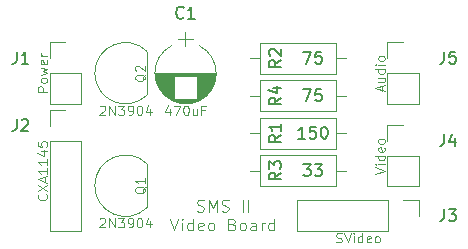
<source format=gto>
G04 #@! TF.FileFunction,Legend,Top*
%FSLAX46Y46*%
G04 Gerber Fmt 4.6, Leading zero omitted, Abs format (unit mm)*
G04 Created by KiCad (PCBNEW 4.0.7) date 05/31/19 16:29:18*
%MOMM*%
%LPD*%
G01*
G04 APERTURE LIST*
%ADD10C,0.100000*%
%ADD11C,0.120000*%
%ADD12C,0.150000*%
G04 APERTURE END LIST*
D10*
X144494524Y-116444762D02*
X144637381Y-116492381D01*
X144875477Y-116492381D01*
X144970715Y-116444762D01*
X145018334Y-116397143D01*
X145065953Y-116301905D01*
X145065953Y-116206667D01*
X145018334Y-116111429D01*
X144970715Y-116063810D01*
X144875477Y-116016190D01*
X144685000Y-115968571D01*
X144589762Y-115920952D01*
X144542143Y-115873333D01*
X144494524Y-115778095D01*
X144494524Y-115682857D01*
X144542143Y-115587619D01*
X144589762Y-115540000D01*
X144685000Y-115492381D01*
X144923096Y-115492381D01*
X145065953Y-115540000D01*
X145494524Y-116492381D02*
X145494524Y-115492381D01*
X145827858Y-116206667D01*
X146161191Y-115492381D01*
X146161191Y-116492381D01*
X146589762Y-116444762D02*
X146732619Y-116492381D01*
X146970715Y-116492381D01*
X147065953Y-116444762D01*
X147113572Y-116397143D01*
X147161191Y-116301905D01*
X147161191Y-116206667D01*
X147113572Y-116111429D01*
X147065953Y-116063810D01*
X146970715Y-116016190D01*
X146780238Y-115968571D01*
X146685000Y-115920952D01*
X146637381Y-115873333D01*
X146589762Y-115778095D01*
X146589762Y-115682857D01*
X146637381Y-115587619D01*
X146685000Y-115540000D01*
X146780238Y-115492381D01*
X147018334Y-115492381D01*
X147161191Y-115540000D01*
X148351667Y-116492381D02*
X148351667Y-115492381D01*
X148827857Y-116492381D02*
X148827857Y-115492381D01*
X142232619Y-117092381D02*
X142565952Y-118092381D01*
X142899286Y-117092381D01*
X143232619Y-118092381D02*
X143232619Y-117425714D01*
X143232619Y-117092381D02*
X143185000Y-117140000D01*
X143232619Y-117187619D01*
X143280238Y-117140000D01*
X143232619Y-117092381D01*
X143232619Y-117187619D01*
X144137381Y-118092381D02*
X144137381Y-117092381D01*
X144137381Y-118044762D02*
X144042143Y-118092381D01*
X143851666Y-118092381D01*
X143756428Y-118044762D01*
X143708809Y-117997143D01*
X143661190Y-117901905D01*
X143661190Y-117616190D01*
X143708809Y-117520952D01*
X143756428Y-117473333D01*
X143851666Y-117425714D01*
X144042143Y-117425714D01*
X144137381Y-117473333D01*
X144994524Y-118044762D02*
X144899286Y-118092381D01*
X144708809Y-118092381D01*
X144613571Y-118044762D01*
X144565952Y-117949524D01*
X144565952Y-117568571D01*
X144613571Y-117473333D01*
X144708809Y-117425714D01*
X144899286Y-117425714D01*
X144994524Y-117473333D01*
X145042143Y-117568571D01*
X145042143Y-117663810D01*
X144565952Y-117759048D01*
X145613571Y-118092381D02*
X145518333Y-118044762D01*
X145470714Y-117997143D01*
X145423095Y-117901905D01*
X145423095Y-117616190D01*
X145470714Y-117520952D01*
X145518333Y-117473333D01*
X145613571Y-117425714D01*
X145756429Y-117425714D01*
X145851667Y-117473333D01*
X145899286Y-117520952D01*
X145946905Y-117616190D01*
X145946905Y-117901905D01*
X145899286Y-117997143D01*
X145851667Y-118044762D01*
X145756429Y-118092381D01*
X145613571Y-118092381D01*
X147470715Y-117568571D02*
X147613572Y-117616190D01*
X147661191Y-117663810D01*
X147708810Y-117759048D01*
X147708810Y-117901905D01*
X147661191Y-117997143D01*
X147613572Y-118044762D01*
X147518334Y-118092381D01*
X147137381Y-118092381D01*
X147137381Y-117092381D01*
X147470715Y-117092381D01*
X147565953Y-117140000D01*
X147613572Y-117187619D01*
X147661191Y-117282857D01*
X147661191Y-117378095D01*
X147613572Y-117473333D01*
X147565953Y-117520952D01*
X147470715Y-117568571D01*
X147137381Y-117568571D01*
X148280238Y-118092381D02*
X148185000Y-118044762D01*
X148137381Y-117997143D01*
X148089762Y-117901905D01*
X148089762Y-117616190D01*
X148137381Y-117520952D01*
X148185000Y-117473333D01*
X148280238Y-117425714D01*
X148423096Y-117425714D01*
X148518334Y-117473333D01*
X148565953Y-117520952D01*
X148613572Y-117616190D01*
X148613572Y-117901905D01*
X148565953Y-117997143D01*
X148518334Y-118044762D01*
X148423096Y-118092381D01*
X148280238Y-118092381D01*
X149470715Y-118092381D02*
X149470715Y-117568571D01*
X149423096Y-117473333D01*
X149327858Y-117425714D01*
X149137381Y-117425714D01*
X149042143Y-117473333D01*
X149470715Y-118044762D02*
X149375477Y-118092381D01*
X149137381Y-118092381D01*
X149042143Y-118044762D01*
X148994524Y-117949524D01*
X148994524Y-117854286D01*
X149042143Y-117759048D01*
X149137381Y-117711429D01*
X149375477Y-117711429D01*
X149470715Y-117663810D01*
X149946905Y-118092381D02*
X149946905Y-117425714D01*
X149946905Y-117616190D02*
X149994524Y-117520952D01*
X150042143Y-117473333D01*
X150137381Y-117425714D01*
X150232620Y-117425714D01*
X150994525Y-118092381D02*
X150994525Y-117092381D01*
X150994525Y-118044762D02*
X150899287Y-118092381D01*
X150708810Y-118092381D01*
X150613572Y-118044762D01*
X150565953Y-117997143D01*
X150518334Y-117901905D01*
X150518334Y-117616190D01*
X150565953Y-117520952D01*
X150613572Y-117473333D01*
X150708810Y-117425714D01*
X150899287Y-117425714D01*
X150994525Y-117473333D01*
D11*
X144689723Y-107060722D02*
G75*
G03X144690000Y-102449420I-1179723J2305722D01*
G01*
X142330277Y-107060722D02*
G75*
G02X142330000Y-102449420I1179723J2305722D01*
G01*
X142330277Y-107060722D02*
G75*
G03X144690000Y-107060580I1179723J2305722D01*
G01*
X146060000Y-104755000D02*
X140960000Y-104755000D01*
X146060000Y-104795000D02*
X140960000Y-104795000D01*
X146059000Y-104835000D02*
X140961000Y-104835000D01*
X146058000Y-104875000D02*
X140962000Y-104875000D01*
X146056000Y-104915000D02*
X140964000Y-104915000D01*
X146053000Y-104955000D02*
X140967000Y-104955000D01*
X146049000Y-104995000D02*
X140971000Y-104995000D01*
X146045000Y-105035000D02*
X144490000Y-105035000D01*
X142530000Y-105035000D02*
X140975000Y-105035000D01*
X146041000Y-105075000D02*
X144490000Y-105075000D01*
X142530000Y-105075000D02*
X140979000Y-105075000D01*
X146035000Y-105115000D02*
X144490000Y-105115000D01*
X142530000Y-105115000D02*
X140985000Y-105115000D01*
X146029000Y-105155000D02*
X144490000Y-105155000D01*
X142530000Y-105155000D02*
X140991000Y-105155000D01*
X146023000Y-105195000D02*
X144490000Y-105195000D01*
X142530000Y-105195000D02*
X140997000Y-105195000D01*
X146016000Y-105235000D02*
X144490000Y-105235000D01*
X142530000Y-105235000D02*
X141004000Y-105235000D01*
X146008000Y-105275000D02*
X144490000Y-105275000D01*
X142530000Y-105275000D02*
X141012000Y-105275000D01*
X145999000Y-105315000D02*
X144490000Y-105315000D01*
X142530000Y-105315000D02*
X141021000Y-105315000D01*
X145990000Y-105355000D02*
X144490000Y-105355000D01*
X142530000Y-105355000D02*
X141030000Y-105355000D01*
X145980000Y-105395000D02*
X144490000Y-105395000D01*
X142530000Y-105395000D02*
X141040000Y-105395000D01*
X145970000Y-105435000D02*
X144490000Y-105435000D01*
X142530000Y-105435000D02*
X141050000Y-105435000D01*
X145958000Y-105476000D02*
X144490000Y-105476000D01*
X142530000Y-105476000D02*
X141062000Y-105476000D01*
X145946000Y-105516000D02*
X144490000Y-105516000D01*
X142530000Y-105516000D02*
X141074000Y-105516000D01*
X145934000Y-105556000D02*
X144490000Y-105556000D01*
X142530000Y-105556000D02*
X141086000Y-105556000D01*
X145920000Y-105596000D02*
X144490000Y-105596000D01*
X142530000Y-105596000D02*
X141100000Y-105596000D01*
X145906000Y-105636000D02*
X144490000Y-105636000D01*
X142530000Y-105636000D02*
X141114000Y-105636000D01*
X145892000Y-105676000D02*
X144490000Y-105676000D01*
X142530000Y-105676000D02*
X141128000Y-105676000D01*
X145876000Y-105716000D02*
X144490000Y-105716000D01*
X142530000Y-105716000D02*
X141144000Y-105716000D01*
X145860000Y-105756000D02*
X144490000Y-105756000D01*
X142530000Y-105756000D02*
X141160000Y-105756000D01*
X145843000Y-105796000D02*
X144490000Y-105796000D01*
X142530000Y-105796000D02*
X141177000Y-105796000D01*
X145825000Y-105836000D02*
X144490000Y-105836000D01*
X142530000Y-105836000D02*
X141195000Y-105836000D01*
X145806000Y-105876000D02*
X144490000Y-105876000D01*
X142530000Y-105876000D02*
X141214000Y-105876000D01*
X145786000Y-105916000D02*
X144490000Y-105916000D01*
X142530000Y-105916000D02*
X141234000Y-105916000D01*
X145766000Y-105956000D02*
X144490000Y-105956000D01*
X142530000Y-105956000D02*
X141254000Y-105956000D01*
X145744000Y-105996000D02*
X144490000Y-105996000D01*
X142530000Y-105996000D02*
X141276000Y-105996000D01*
X145722000Y-106036000D02*
X144490000Y-106036000D01*
X142530000Y-106036000D02*
X141298000Y-106036000D01*
X145699000Y-106076000D02*
X144490000Y-106076000D01*
X142530000Y-106076000D02*
X141321000Y-106076000D01*
X145675000Y-106116000D02*
X144490000Y-106116000D01*
X142530000Y-106116000D02*
X141345000Y-106116000D01*
X145650000Y-106156000D02*
X144490000Y-106156000D01*
X142530000Y-106156000D02*
X141370000Y-106156000D01*
X145623000Y-106196000D02*
X144490000Y-106196000D01*
X142530000Y-106196000D02*
X141397000Y-106196000D01*
X145596000Y-106236000D02*
X144490000Y-106236000D01*
X142530000Y-106236000D02*
X141424000Y-106236000D01*
X145568000Y-106276000D02*
X144490000Y-106276000D01*
X142530000Y-106276000D02*
X141452000Y-106276000D01*
X145538000Y-106316000D02*
X144490000Y-106316000D01*
X142530000Y-106316000D02*
X141482000Y-106316000D01*
X145507000Y-106356000D02*
X144490000Y-106356000D01*
X142530000Y-106356000D02*
X141513000Y-106356000D01*
X145475000Y-106396000D02*
X144490000Y-106396000D01*
X142530000Y-106396000D02*
X141545000Y-106396000D01*
X145442000Y-106436000D02*
X144490000Y-106436000D01*
X142530000Y-106436000D02*
X141578000Y-106436000D01*
X145407000Y-106476000D02*
X144490000Y-106476000D01*
X142530000Y-106476000D02*
X141613000Y-106476000D01*
X145371000Y-106516000D02*
X144490000Y-106516000D01*
X142530000Y-106516000D02*
X141649000Y-106516000D01*
X145333000Y-106556000D02*
X144490000Y-106556000D01*
X142530000Y-106556000D02*
X141687000Y-106556000D01*
X145293000Y-106596000D02*
X144490000Y-106596000D01*
X142530000Y-106596000D02*
X141727000Y-106596000D01*
X145252000Y-106636000D02*
X144490000Y-106636000D01*
X142530000Y-106636000D02*
X141768000Y-106636000D01*
X145209000Y-106676000D02*
X144490000Y-106676000D01*
X142530000Y-106676000D02*
X141811000Y-106676000D01*
X145164000Y-106716000D02*
X144490000Y-106716000D01*
X142530000Y-106716000D02*
X141856000Y-106716000D01*
X145116000Y-106756000D02*
X144490000Y-106756000D01*
X142530000Y-106756000D02*
X141904000Y-106756000D01*
X145066000Y-106796000D02*
X144490000Y-106796000D01*
X142530000Y-106796000D02*
X141954000Y-106796000D01*
X145014000Y-106836000D02*
X144490000Y-106836000D01*
X142530000Y-106836000D02*
X142006000Y-106836000D01*
X144958000Y-106876000D02*
X144490000Y-106876000D01*
X142530000Y-106876000D02*
X142062000Y-106876000D01*
X144900000Y-106916000D02*
X144490000Y-106916000D01*
X142530000Y-106916000D02*
X142120000Y-106916000D01*
X144837000Y-106956000D02*
X144490000Y-106956000D01*
X142530000Y-106956000D02*
X142183000Y-106956000D01*
X144771000Y-106996000D02*
X142249000Y-106996000D01*
X144699000Y-107036000D02*
X142321000Y-107036000D01*
X144622000Y-107076000D02*
X142398000Y-107076000D01*
X144538000Y-107116000D02*
X142482000Y-107116000D01*
X144444000Y-107156000D02*
X142576000Y-107156000D01*
X144339000Y-107196000D02*
X142681000Y-107196000D01*
X144217000Y-107236000D02*
X142803000Y-107236000D01*
X144069000Y-107276000D02*
X142951000Y-107276000D01*
X143864000Y-107316000D02*
X143156000Y-107316000D01*
X143510000Y-101305000D02*
X143510000Y-102505000D01*
X144160000Y-101905000D02*
X142860000Y-101905000D01*
X132020000Y-107375000D02*
X134680000Y-107375000D01*
X132020000Y-104775000D02*
X132020000Y-107375000D01*
X134680000Y-104775000D02*
X134680000Y-107375000D01*
X132020000Y-104775000D02*
X134680000Y-104775000D01*
X132020000Y-103505000D02*
X132020000Y-102175000D01*
X132020000Y-102175000D02*
X133350000Y-102175000D01*
X132020000Y-118170000D02*
X134680000Y-118170000D01*
X132020000Y-110490000D02*
X132020000Y-118170000D01*
X134680000Y-110490000D02*
X134680000Y-118170000D01*
X132020000Y-110490000D02*
X134680000Y-110490000D01*
X132020000Y-109220000D02*
X132020000Y-107890000D01*
X132020000Y-107890000D02*
X133350000Y-107890000D01*
X152975000Y-115510000D02*
X152975000Y-118170000D01*
X160655000Y-115510000D02*
X152975000Y-115510000D01*
X160655000Y-118170000D02*
X152975000Y-118170000D01*
X160655000Y-115510000D02*
X160655000Y-118170000D01*
X161925000Y-115510000D02*
X163255000Y-115510000D01*
X163255000Y-115510000D02*
X163255000Y-116840000D01*
X160595000Y-114360000D02*
X163255000Y-114360000D01*
X160595000Y-111760000D02*
X160595000Y-114360000D01*
X163255000Y-111760000D02*
X163255000Y-114360000D01*
X160595000Y-111760000D02*
X163255000Y-111760000D01*
X160595000Y-110490000D02*
X160595000Y-109160000D01*
X160595000Y-109160000D02*
X161925000Y-109160000D01*
X160595000Y-107375000D02*
X163255000Y-107375000D01*
X160595000Y-104775000D02*
X160595000Y-107375000D01*
X163255000Y-104775000D02*
X163255000Y-107375000D01*
X160595000Y-104775000D02*
X163255000Y-104775000D01*
X160595000Y-103505000D02*
X160595000Y-102175000D01*
X160595000Y-102175000D02*
X161925000Y-102175000D01*
X140280000Y-116100000D02*
X140280000Y-112500000D01*
X140268478Y-116138478D02*
G75*
G02X135830000Y-114300000I-1838478J1838478D01*
G01*
X140268478Y-112461522D02*
G75*
G03X135830000Y-114300000I-1838478J-1838478D01*
G01*
X140280000Y-106575000D02*
X140280000Y-102975000D01*
X140268478Y-106613478D02*
G75*
G02X135830000Y-104775000I-1838478J1838478D01*
G01*
X140268478Y-102936522D02*
G75*
G03X135830000Y-104775000I-1838478J-1838478D01*
G01*
X149825000Y-108545000D02*
X149825000Y-111165000D01*
X149825000Y-111165000D02*
X156245000Y-111165000D01*
X156245000Y-111165000D02*
X156245000Y-108545000D01*
X156245000Y-108545000D02*
X149825000Y-108545000D01*
X148935000Y-109855000D02*
X149825000Y-109855000D01*
X157135000Y-109855000D02*
X156245000Y-109855000D01*
X149825000Y-102195000D02*
X149825000Y-104815000D01*
X149825000Y-104815000D02*
X156245000Y-104815000D01*
X156245000Y-104815000D02*
X156245000Y-102195000D01*
X156245000Y-102195000D02*
X149825000Y-102195000D01*
X148935000Y-103505000D02*
X149825000Y-103505000D01*
X157135000Y-103505000D02*
X156245000Y-103505000D01*
X149825000Y-111720000D02*
X149825000Y-114340000D01*
X149825000Y-114340000D02*
X156245000Y-114340000D01*
X156245000Y-114340000D02*
X156245000Y-111720000D01*
X156245000Y-111720000D02*
X149825000Y-111720000D01*
X148935000Y-113030000D02*
X149825000Y-113030000D01*
X157135000Y-113030000D02*
X156245000Y-113030000D01*
X149825000Y-105370000D02*
X149825000Y-107990000D01*
X149825000Y-107990000D02*
X156245000Y-107990000D01*
X156245000Y-107990000D02*
X156245000Y-105370000D01*
X156245000Y-105370000D02*
X149825000Y-105370000D01*
X148935000Y-106680000D02*
X149825000Y-106680000D01*
X157135000Y-106680000D02*
X156245000Y-106680000D01*
D12*
X143343334Y-100052143D02*
X143295715Y-100099762D01*
X143152858Y-100147381D01*
X143057620Y-100147381D01*
X142914762Y-100099762D01*
X142819524Y-100004524D01*
X142771905Y-99909286D01*
X142724286Y-99718810D01*
X142724286Y-99575952D01*
X142771905Y-99385476D01*
X142819524Y-99290238D01*
X142914762Y-99195000D01*
X143057620Y-99147381D01*
X143152858Y-99147381D01*
X143295715Y-99195000D01*
X143343334Y-99242619D01*
X144295715Y-100147381D02*
X143724286Y-100147381D01*
X144010000Y-100147381D02*
X144010000Y-99147381D01*
X143914762Y-99290238D01*
X143819524Y-99385476D01*
X143724286Y-99433095D01*
D10*
X142195714Y-107778571D02*
X142195714Y-108311905D01*
X142005238Y-107473810D02*
X141814762Y-108045238D01*
X142310000Y-108045238D01*
X142538572Y-107511905D02*
X143071905Y-107511905D01*
X142729048Y-108311905D01*
X143529048Y-107511905D02*
X143605239Y-107511905D01*
X143681429Y-107550000D01*
X143719524Y-107588095D01*
X143757620Y-107664286D01*
X143795715Y-107816667D01*
X143795715Y-108007143D01*
X143757620Y-108159524D01*
X143719524Y-108235714D01*
X143681429Y-108273810D01*
X143605239Y-108311905D01*
X143529048Y-108311905D01*
X143452858Y-108273810D01*
X143414762Y-108235714D01*
X143376667Y-108159524D01*
X143338572Y-108007143D01*
X143338572Y-107816667D01*
X143376667Y-107664286D01*
X143414762Y-107588095D01*
X143452858Y-107550000D01*
X143529048Y-107511905D01*
X144481429Y-107778571D02*
X144481429Y-108311905D01*
X144138572Y-107778571D02*
X144138572Y-108197619D01*
X144176667Y-108273810D01*
X144252858Y-108311905D01*
X144367144Y-108311905D01*
X144443334Y-108273810D01*
X144481429Y-108235714D01*
X145129049Y-107892857D02*
X144862382Y-107892857D01*
X144862382Y-108311905D02*
X144862382Y-107511905D01*
X145243335Y-107511905D01*
D12*
X129206667Y-102957381D02*
X129206667Y-103671667D01*
X129159047Y-103814524D01*
X129063809Y-103909762D01*
X128920952Y-103957381D01*
X128825714Y-103957381D01*
X130206667Y-103957381D02*
X129635238Y-103957381D01*
X129920952Y-103957381D02*
X129920952Y-102957381D01*
X129825714Y-103100238D01*
X129730476Y-103195476D01*
X129635238Y-103243095D01*
D10*
X131806905Y-106355952D02*
X131006905Y-106355952D01*
X131006905Y-106051190D01*
X131045000Y-105974999D01*
X131083095Y-105936904D01*
X131159286Y-105898809D01*
X131273571Y-105898809D01*
X131349762Y-105936904D01*
X131387857Y-105974999D01*
X131425952Y-106051190D01*
X131425952Y-106355952D01*
X131806905Y-105441666D02*
X131768810Y-105517857D01*
X131730714Y-105555952D01*
X131654524Y-105594047D01*
X131425952Y-105594047D01*
X131349762Y-105555952D01*
X131311667Y-105517857D01*
X131273571Y-105441666D01*
X131273571Y-105327380D01*
X131311667Y-105251190D01*
X131349762Y-105213095D01*
X131425952Y-105174999D01*
X131654524Y-105174999D01*
X131730714Y-105213095D01*
X131768810Y-105251190D01*
X131806905Y-105327380D01*
X131806905Y-105441666D01*
X131273571Y-104908332D02*
X131806905Y-104755951D01*
X131425952Y-104603570D01*
X131806905Y-104451189D01*
X131273571Y-104298808D01*
X131768810Y-103689285D02*
X131806905Y-103765475D01*
X131806905Y-103917856D01*
X131768810Y-103994047D01*
X131692619Y-104032142D01*
X131387857Y-104032142D01*
X131311667Y-103994047D01*
X131273571Y-103917856D01*
X131273571Y-103765475D01*
X131311667Y-103689285D01*
X131387857Y-103651190D01*
X131464048Y-103651190D01*
X131540238Y-104032142D01*
X131806905Y-103308333D02*
X131273571Y-103308333D01*
X131425952Y-103308333D02*
X131349762Y-103270238D01*
X131311667Y-103232142D01*
X131273571Y-103155952D01*
X131273571Y-103079761D01*
D12*
X129206667Y-108672381D02*
X129206667Y-109386667D01*
X129159047Y-109529524D01*
X129063809Y-109624762D01*
X128920952Y-109672381D01*
X128825714Y-109672381D01*
X129635238Y-108767619D02*
X129682857Y-108720000D01*
X129778095Y-108672381D01*
X130016191Y-108672381D01*
X130111429Y-108720000D01*
X130159048Y-108767619D01*
X130206667Y-108862857D01*
X130206667Y-108958095D01*
X130159048Y-109100952D01*
X129587619Y-109672381D01*
X130206667Y-109672381D01*
D10*
X131730714Y-115030000D02*
X131768810Y-115068095D01*
X131806905Y-115182381D01*
X131806905Y-115258571D01*
X131768810Y-115372857D01*
X131692619Y-115449048D01*
X131616429Y-115487143D01*
X131464048Y-115525238D01*
X131349762Y-115525238D01*
X131197381Y-115487143D01*
X131121190Y-115449048D01*
X131045000Y-115372857D01*
X131006905Y-115258571D01*
X131006905Y-115182381D01*
X131045000Y-115068095D01*
X131083095Y-115030000D01*
X131006905Y-114763333D02*
X131806905Y-114230000D01*
X131006905Y-114230000D02*
X131806905Y-114763333D01*
X131578333Y-113963333D02*
X131578333Y-113582381D01*
X131806905Y-114039524D02*
X131006905Y-113772857D01*
X131806905Y-113506190D01*
X131806905Y-112820476D02*
X131806905Y-113277619D01*
X131806905Y-113049048D02*
X131006905Y-113049048D01*
X131121190Y-113125238D01*
X131197381Y-113201429D01*
X131235476Y-113277619D01*
X131806905Y-112058571D02*
X131806905Y-112515714D01*
X131806905Y-112287143D02*
X131006905Y-112287143D01*
X131121190Y-112363333D01*
X131197381Y-112439524D01*
X131235476Y-112515714D01*
X131273571Y-111372857D02*
X131806905Y-111372857D01*
X130968810Y-111563333D02*
X131540238Y-111753809D01*
X131540238Y-111258571D01*
X131006905Y-110572856D02*
X131006905Y-110953809D01*
X131387857Y-110991904D01*
X131349762Y-110953809D01*
X131311667Y-110877618D01*
X131311667Y-110687142D01*
X131349762Y-110610952D01*
X131387857Y-110572856D01*
X131464048Y-110534761D01*
X131654524Y-110534761D01*
X131730714Y-110572856D01*
X131768810Y-110610952D01*
X131806905Y-110687142D01*
X131806905Y-110877618D01*
X131768810Y-110953809D01*
X131730714Y-110991904D01*
D12*
X165401667Y-116292381D02*
X165401667Y-117006667D01*
X165354047Y-117149524D01*
X165258809Y-117244762D01*
X165115952Y-117292381D01*
X165020714Y-117292381D01*
X165782619Y-116292381D02*
X166401667Y-116292381D01*
X166068333Y-116673333D01*
X166211191Y-116673333D01*
X166306429Y-116720952D01*
X166354048Y-116768571D01*
X166401667Y-116863810D01*
X166401667Y-117101905D01*
X166354048Y-117197143D01*
X166306429Y-117244762D01*
X166211191Y-117292381D01*
X165925476Y-117292381D01*
X165830238Y-117244762D01*
X165782619Y-117197143D01*
D10*
X156286429Y-119068810D02*
X156400715Y-119106905D01*
X156591191Y-119106905D01*
X156667381Y-119068810D01*
X156705477Y-119030714D01*
X156743572Y-118954524D01*
X156743572Y-118878333D01*
X156705477Y-118802143D01*
X156667381Y-118764048D01*
X156591191Y-118725952D01*
X156438810Y-118687857D01*
X156362619Y-118649762D01*
X156324524Y-118611667D01*
X156286429Y-118535476D01*
X156286429Y-118459286D01*
X156324524Y-118383095D01*
X156362619Y-118345000D01*
X156438810Y-118306905D01*
X156629286Y-118306905D01*
X156743572Y-118345000D01*
X156972143Y-118306905D02*
X157238810Y-119106905D01*
X157505477Y-118306905D01*
X157772143Y-119106905D02*
X157772143Y-118573571D01*
X157772143Y-118306905D02*
X157734048Y-118345000D01*
X157772143Y-118383095D01*
X157810238Y-118345000D01*
X157772143Y-118306905D01*
X157772143Y-118383095D01*
X158495952Y-119106905D02*
X158495952Y-118306905D01*
X158495952Y-119068810D02*
X158419762Y-119106905D01*
X158267381Y-119106905D01*
X158191190Y-119068810D01*
X158153095Y-119030714D01*
X158115000Y-118954524D01*
X158115000Y-118725952D01*
X158153095Y-118649762D01*
X158191190Y-118611667D01*
X158267381Y-118573571D01*
X158419762Y-118573571D01*
X158495952Y-118611667D01*
X159181667Y-119068810D02*
X159105477Y-119106905D01*
X158953096Y-119106905D01*
X158876905Y-119068810D01*
X158838810Y-118992619D01*
X158838810Y-118687857D01*
X158876905Y-118611667D01*
X158953096Y-118573571D01*
X159105477Y-118573571D01*
X159181667Y-118611667D01*
X159219762Y-118687857D01*
X159219762Y-118764048D01*
X158838810Y-118840238D01*
X159676905Y-119106905D02*
X159600714Y-119068810D01*
X159562619Y-119030714D01*
X159524524Y-118954524D01*
X159524524Y-118725952D01*
X159562619Y-118649762D01*
X159600714Y-118611667D01*
X159676905Y-118573571D01*
X159791191Y-118573571D01*
X159867381Y-118611667D01*
X159905476Y-118649762D01*
X159943572Y-118725952D01*
X159943572Y-118954524D01*
X159905476Y-119030714D01*
X159867381Y-119068810D01*
X159791191Y-119106905D01*
X159676905Y-119106905D01*
D12*
X165401667Y-109942381D02*
X165401667Y-110656667D01*
X165354047Y-110799524D01*
X165258809Y-110894762D01*
X165115952Y-110942381D01*
X165020714Y-110942381D01*
X166306429Y-110275714D02*
X166306429Y-110942381D01*
X166068333Y-109894762D02*
X165830238Y-110609048D01*
X166449286Y-110609048D01*
D10*
X159581905Y-113283810D02*
X160381905Y-113017143D01*
X159581905Y-112750476D01*
X160381905Y-112483810D02*
X159848571Y-112483810D01*
X159581905Y-112483810D02*
X159620000Y-112521905D01*
X159658095Y-112483810D01*
X159620000Y-112445715D01*
X159581905Y-112483810D01*
X159658095Y-112483810D01*
X160381905Y-111760001D02*
X159581905Y-111760001D01*
X160343810Y-111760001D02*
X160381905Y-111836191D01*
X160381905Y-111988572D01*
X160343810Y-112064763D01*
X160305714Y-112102858D01*
X160229524Y-112140953D01*
X160000952Y-112140953D01*
X159924762Y-112102858D01*
X159886667Y-112064763D01*
X159848571Y-111988572D01*
X159848571Y-111836191D01*
X159886667Y-111760001D01*
X160343810Y-111074286D02*
X160381905Y-111150476D01*
X160381905Y-111302857D01*
X160343810Y-111379048D01*
X160267619Y-111417143D01*
X159962857Y-111417143D01*
X159886667Y-111379048D01*
X159848571Y-111302857D01*
X159848571Y-111150476D01*
X159886667Y-111074286D01*
X159962857Y-111036191D01*
X160039048Y-111036191D01*
X160115238Y-111417143D01*
X160381905Y-110579048D02*
X160343810Y-110655239D01*
X160305714Y-110693334D01*
X160229524Y-110731429D01*
X160000952Y-110731429D01*
X159924762Y-110693334D01*
X159886667Y-110655239D01*
X159848571Y-110579048D01*
X159848571Y-110464762D01*
X159886667Y-110388572D01*
X159924762Y-110350477D01*
X160000952Y-110312381D01*
X160229524Y-110312381D01*
X160305714Y-110350477D01*
X160343810Y-110388572D01*
X160381905Y-110464762D01*
X160381905Y-110579048D01*
D12*
X165401667Y-102957381D02*
X165401667Y-103671667D01*
X165354047Y-103814524D01*
X165258809Y-103909762D01*
X165115952Y-103957381D01*
X165020714Y-103957381D01*
X166354048Y-102957381D02*
X165877857Y-102957381D01*
X165830238Y-103433571D01*
X165877857Y-103385952D01*
X165973095Y-103338333D01*
X166211191Y-103338333D01*
X166306429Y-103385952D01*
X166354048Y-103433571D01*
X166401667Y-103528810D01*
X166401667Y-103766905D01*
X166354048Y-103862143D01*
X166306429Y-103909762D01*
X166211191Y-103957381D01*
X165973095Y-103957381D01*
X165877857Y-103909762D01*
X165830238Y-103862143D01*
D10*
X160153333Y-106241667D02*
X160153333Y-105860715D01*
X160381905Y-106317858D02*
X159581905Y-106051191D01*
X160381905Y-105784524D01*
X159848571Y-105175001D02*
X160381905Y-105175001D01*
X159848571Y-105517858D02*
X160267619Y-105517858D01*
X160343810Y-105479763D01*
X160381905Y-105403572D01*
X160381905Y-105289286D01*
X160343810Y-105213096D01*
X160305714Y-105175001D01*
X160381905Y-104451191D02*
X159581905Y-104451191D01*
X160343810Y-104451191D02*
X160381905Y-104527381D01*
X160381905Y-104679762D01*
X160343810Y-104755953D01*
X160305714Y-104794048D01*
X160229524Y-104832143D01*
X160000952Y-104832143D01*
X159924762Y-104794048D01*
X159886667Y-104755953D01*
X159848571Y-104679762D01*
X159848571Y-104527381D01*
X159886667Y-104451191D01*
X160381905Y-104070238D02*
X159848571Y-104070238D01*
X159581905Y-104070238D02*
X159620000Y-104108333D01*
X159658095Y-104070238D01*
X159620000Y-104032143D01*
X159581905Y-104070238D01*
X159658095Y-104070238D01*
X160381905Y-103575000D02*
X160343810Y-103651191D01*
X160305714Y-103689286D01*
X160229524Y-103727381D01*
X160000952Y-103727381D01*
X159924762Y-103689286D01*
X159886667Y-103651191D01*
X159848571Y-103575000D01*
X159848571Y-103460714D01*
X159886667Y-103384524D01*
X159924762Y-103346429D01*
X160000952Y-103308333D01*
X160229524Y-103308333D01*
X160305714Y-103346429D01*
X160343810Y-103384524D01*
X160381905Y-103460714D01*
X160381905Y-103575000D01*
X140138095Y-114376190D02*
X140100000Y-114452381D01*
X140023810Y-114528571D01*
X139909524Y-114642857D01*
X139871429Y-114719048D01*
X139871429Y-114795238D01*
X140061905Y-114757143D02*
X140023810Y-114833333D01*
X139947619Y-114909524D01*
X139795238Y-114947619D01*
X139528571Y-114947619D01*
X139376190Y-114909524D01*
X139300000Y-114833333D01*
X139261905Y-114757143D01*
X139261905Y-114604762D01*
X139300000Y-114528571D01*
X139376190Y-114452381D01*
X139528571Y-114414286D01*
X139795238Y-114414286D01*
X139947619Y-114452381D01*
X140023810Y-114528571D01*
X140061905Y-114604762D01*
X140061905Y-114757143D01*
X140061905Y-113652381D02*
X140061905Y-114109524D01*
X140061905Y-113880953D02*
X139261905Y-113880953D01*
X139376190Y-113957143D01*
X139452381Y-114033334D01*
X139490476Y-114109524D01*
X136258571Y-117113095D02*
X136296666Y-117075000D01*
X136372857Y-117036905D01*
X136563333Y-117036905D01*
X136639523Y-117075000D01*
X136677619Y-117113095D01*
X136715714Y-117189286D01*
X136715714Y-117265476D01*
X136677619Y-117379762D01*
X136220476Y-117836905D01*
X136715714Y-117836905D01*
X137058571Y-117836905D02*
X137058571Y-117036905D01*
X137515714Y-117836905D01*
X137515714Y-117036905D01*
X137820476Y-117036905D02*
X138315714Y-117036905D01*
X138049047Y-117341667D01*
X138163333Y-117341667D01*
X138239523Y-117379762D01*
X138277619Y-117417857D01*
X138315714Y-117494048D01*
X138315714Y-117684524D01*
X138277619Y-117760714D01*
X138239523Y-117798810D01*
X138163333Y-117836905D01*
X137934761Y-117836905D01*
X137858571Y-117798810D01*
X137820476Y-117760714D01*
X138696666Y-117836905D02*
X138849047Y-117836905D01*
X138925238Y-117798810D01*
X138963333Y-117760714D01*
X139039524Y-117646429D01*
X139077619Y-117494048D01*
X139077619Y-117189286D01*
X139039524Y-117113095D01*
X139001428Y-117075000D01*
X138925238Y-117036905D01*
X138772857Y-117036905D01*
X138696666Y-117075000D01*
X138658571Y-117113095D01*
X138620476Y-117189286D01*
X138620476Y-117379762D01*
X138658571Y-117455952D01*
X138696666Y-117494048D01*
X138772857Y-117532143D01*
X138925238Y-117532143D01*
X139001428Y-117494048D01*
X139039524Y-117455952D01*
X139077619Y-117379762D01*
X139572857Y-117036905D02*
X139649048Y-117036905D01*
X139725238Y-117075000D01*
X139763333Y-117113095D01*
X139801429Y-117189286D01*
X139839524Y-117341667D01*
X139839524Y-117532143D01*
X139801429Y-117684524D01*
X139763333Y-117760714D01*
X139725238Y-117798810D01*
X139649048Y-117836905D01*
X139572857Y-117836905D01*
X139496667Y-117798810D01*
X139458571Y-117760714D01*
X139420476Y-117684524D01*
X139382381Y-117532143D01*
X139382381Y-117341667D01*
X139420476Y-117189286D01*
X139458571Y-117113095D01*
X139496667Y-117075000D01*
X139572857Y-117036905D01*
X140525238Y-117303571D02*
X140525238Y-117836905D01*
X140334762Y-116998810D02*
X140144286Y-117570238D01*
X140639524Y-117570238D01*
X140138095Y-104851190D02*
X140100000Y-104927381D01*
X140023810Y-105003571D01*
X139909524Y-105117857D01*
X139871429Y-105194048D01*
X139871429Y-105270238D01*
X140061905Y-105232143D02*
X140023810Y-105308333D01*
X139947619Y-105384524D01*
X139795238Y-105422619D01*
X139528571Y-105422619D01*
X139376190Y-105384524D01*
X139300000Y-105308333D01*
X139261905Y-105232143D01*
X139261905Y-105079762D01*
X139300000Y-105003571D01*
X139376190Y-104927381D01*
X139528571Y-104889286D01*
X139795238Y-104889286D01*
X139947619Y-104927381D01*
X140023810Y-105003571D01*
X140061905Y-105079762D01*
X140061905Y-105232143D01*
X139338095Y-104584524D02*
X139300000Y-104546429D01*
X139261905Y-104470238D01*
X139261905Y-104279762D01*
X139300000Y-104203572D01*
X139338095Y-104165476D01*
X139414286Y-104127381D01*
X139490476Y-104127381D01*
X139604762Y-104165476D01*
X140061905Y-104622619D01*
X140061905Y-104127381D01*
X136258571Y-107588095D02*
X136296666Y-107550000D01*
X136372857Y-107511905D01*
X136563333Y-107511905D01*
X136639523Y-107550000D01*
X136677619Y-107588095D01*
X136715714Y-107664286D01*
X136715714Y-107740476D01*
X136677619Y-107854762D01*
X136220476Y-108311905D01*
X136715714Y-108311905D01*
X137058571Y-108311905D02*
X137058571Y-107511905D01*
X137515714Y-108311905D01*
X137515714Y-107511905D01*
X137820476Y-107511905D02*
X138315714Y-107511905D01*
X138049047Y-107816667D01*
X138163333Y-107816667D01*
X138239523Y-107854762D01*
X138277619Y-107892857D01*
X138315714Y-107969048D01*
X138315714Y-108159524D01*
X138277619Y-108235714D01*
X138239523Y-108273810D01*
X138163333Y-108311905D01*
X137934761Y-108311905D01*
X137858571Y-108273810D01*
X137820476Y-108235714D01*
X138696666Y-108311905D02*
X138849047Y-108311905D01*
X138925238Y-108273810D01*
X138963333Y-108235714D01*
X139039524Y-108121429D01*
X139077619Y-107969048D01*
X139077619Y-107664286D01*
X139039524Y-107588095D01*
X139001428Y-107550000D01*
X138925238Y-107511905D01*
X138772857Y-107511905D01*
X138696666Y-107550000D01*
X138658571Y-107588095D01*
X138620476Y-107664286D01*
X138620476Y-107854762D01*
X138658571Y-107930952D01*
X138696666Y-107969048D01*
X138772857Y-108007143D01*
X138925238Y-108007143D01*
X139001428Y-107969048D01*
X139039524Y-107930952D01*
X139077619Y-107854762D01*
X139572857Y-107511905D02*
X139649048Y-107511905D01*
X139725238Y-107550000D01*
X139763333Y-107588095D01*
X139801429Y-107664286D01*
X139839524Y-107816667D01*
X139839524Y-108007143D01*
X139801429Y-108159524D01*
X139763333Y-108235714D01*
X139725238Y-108273810D01*
X139649048Y-108311905D01*
X139572857Y-108311905D01*
X139496667Y-108273810D01*
X139458571Y-108235714D01*
X139420476Y-108159524D01*
X139382381Y-108007143D01*
X139382381Y-107816667D01*
X139420476Y-107664286D01*
X139458571Y-107588095D01*
X139496667Y-107550000D01*
X139572857Y-107511905D01*
X140525238Y-107778571D02*
X140525238Y-108311905D01*
X140334762Y-107473810D02*
X140144286Y-108045238D01*
X140639524Y-108045238D01*
D12*
X151582381Y-110021666D02*
X151106190Y-110355000D01*
X151582381Y-110593095D02*
X150582381Y-110593095D01*
X150582381Y-110212142D01*
X150630000Y-110116904D01*
X150677619Y-110069285D01*
X150772857Y-110021666D01*
X150915714Y-110021666D01*
X151010952Y-110069285D01*
X151058571Y-110116904D01*
X151106190Y-110212142D01*
X151106190Y-110593095D01*
X151582381Y-109069285D02*
X151582381Y-109640714D01*
X151582381Y-109355000D02*
X150582381Y-109355000D01*
X150725238Y-109450238D01*
X150820476Y-109545476D01*
X150868095Y-109640714D01*
X153638334Y-110307381D02*
X153066905Y-110307381D01*
X153352619Y-110307381D02*
X153352619Y-109307381D01*
X153257381Y-109450238D01*
X153162143Y-109545476D01*
X153066905Y-109593095D01*
X154543096Y-109307381D02*
X154066905Y-109307381D01*
X154019286Y-109783571D01*
X154066905Y-109735952D01*
X154162143Y-109688333D01*
X154400239Y-109688333D01*
X154495477Y-109735952D01*
X154543096Y-109783571D01*
X154590715Y-109878810D01*
X154590715Y-110116905D01*
X154543096Y-110212143D01*
X154495477Y-110259762D01*
X154400239Y-110307381D01*
X154162143Y-110307381D01*
X154066905Y-110259762D01*
X154019286Y-110212143D01*
X155209762Y-109307381D02*
X155305001Y-109307381D01*
X155400239Y-109355000D01*
X155447858Y-109402619D01*
X155495477Y-109497857D01*
X155543096Y-109688333D01*
X155543096Y-109926429D01*
X155495477Y-110116905D01*
X155447858Y-110212143D01*
X155400239Y-110259762D01*
X155305001Y-110307381D01*
X155209762Y-110307381D01*
X155114524Y-110259762D01*
X155066905Y-110212143D01*
X155019286Y-110116905D01*
X154971667Y-109926429D01*
X154971667Y-109688333D01*
X155019286Y-109497857D01*
X155066905Y-109402619D01*
X155114524Y-109355000D01*
X155209762Y-109307381D01*
X151582381Y-103671666D02*
X151106190Y-104005000D01*
X151582381Y-104243095D02*
X150582381Y-104243095D01*
X150582381Y-103862142D01*
X150630000Y-103766904D01*
X150677619Y-103719285D01*
X150772857Y-103671666D01*
X150915714Y-103671666D01*
X151010952Y-103719285D01*
X151058571Y-103766904D01*
X151106190Y-103862142D01*
X151106190Y-104243095D01*
X150677619Y-103290714D02*
X150630000Y-103243095D01*
X150582381Y-103147857D01*
X150582381Y-102909761D01*
X150630000Y-102814523D01*
X150677619Y-102766904D01*
X150772857Y-102719285D01*
X150868095Y-102719285D01*
X151010952Y-102766904D01*
X151582381Y-103338333D01*
X151582381Y-102719285D01*
X153495476Y-102957381D02*
X154162143Y-102957381D01*
X153733571Y-103957381D01*
X155019286Y-102957381D02*
X154543095Y-102957381D01*
X154495476Y-103433571D01*
X154543095Y-103385952D01*
X154638333Y-103338333D01*
X154876429Y-103338333D01*
X154971667Y-103385952D01*
X155019286Y-103433571D01*
X155066905Y-103528810D01*
X155066905Y-103766905D01*
X155019286Y-103862143D01*
X154971667Y-103909762D01*
X154876429Y-103957381D01*
X154638333Y-103957381D01*
X154543095Y-103909762D01*
X154495476Y-103862143D01*
X151582381Y-113196666D02*
X151106190Y-113530000D01*
X151582381Y-113768095D02*
X150582381Y-113768095D01*
X150582381Y-113387142D01*
X150630000Y-113291904D01*
X150677619Y-113244285D01*
X150772857Y-113196666D01*
X150915714Y-113196666D01*
X151010952Y-113244285D01*
X151058571Y-113291904D01*
X151106190Y-113387142D01*
X151106190Y-113768095D01*
X150582381Y-112863333D02*
X150582381Y-112244285D01*
X150963333Y-112577619D01*
X150963333Y-112434761D01*
X151010952Y-112339523D01*
X151058571Y-112291904D01*
X151153810Y-112244285D01*
X151391905Y-112244285D01*
X151487143Y-112291904D01*
X151534762Y-112339523D01*
X151582381Y-112434761D01*
X151582381Y-112720476D01*
X151534762Y-112815714D01*
X151487143Y-112863333D01*
X153495476Y-112482381D02*
X154114524Y-112482381D01*
X153781190Y-112863333D01*
X153924048Y-112863333D01*
X154019286Y-112910952D01*
X154066905Y-112958571D01*
X154114524Y-113053810D01*
X154114524Y-113291905D01*
X154066905Y-113387143D01*
X154019286Y-113434762D01*
X153924048Y-113482381D01*
X153638333Y-113482381D01*
X153543095Y-113434762D01*
X153495476Y-113387143D01*
X154447857Y-112482381D02*
X155066905Y-112482381D01*
X154733571Y-112863333D01*
X154876429Y-112863333D01*
X154971667Y-112910952D01*
X155019286Y-112958571D01*
X155066905Y-113053810D01*
X155066905Y-113291905D01*
X155019286Y-113387143D01*
X154971667Y-113434762D01*
X154876429Y-113482381D01*
X154590714Y-113482381D01*
X154495476Y-113434762D01*
X154447857Y-113387143D01*
X151582381Y-106846666D02*
X151106190Y-107180000D01*
X151582381Y-107418095D02*
X150582381Y-107418095D01*
X150582381Y-107037142D01*
X150630000Y-106941904D01*
X150677619Y-106894285D01*
X150772857Y-106846666D01*
X150915714Y-106846666D01*
X151010952Y-106894285D01*
X151058571Y-106941904D01*
X151106190Y-107037142D01*
X151106190Y-107418095D01*
X150915714Y-105989523D02*
X151582381Y-105989523D01*
X150534762Y-106227619D02*
X151249048Y-106465714D01*
X151249048Y-105846666D01*
X153495476Y-106132381D02*
X154162143Y-106132381D01*
X153733571Y-107132381D01*
X155019286Y-106132381D02*
X154543095Y-106132381D01*
X154495476Y-106608571D01*
X154543095Y-106560952D01*
X154638333Y-106513333D01*
X154876429Y-106513333D01*
X154971667Y-106560952D01*
X155019286Y-106608571D01*
X155066905Y-106703810D01*
X155066905Y-106941905D01*
X155019286Y-107037143D01*
X154971667Y-107084762D01*
X154876429Y-107132381D01*
X154638333Y-107132381D01*
X154543095Y-107084762D01*
X154495476Y-107037143D01*
M02*

</source>
